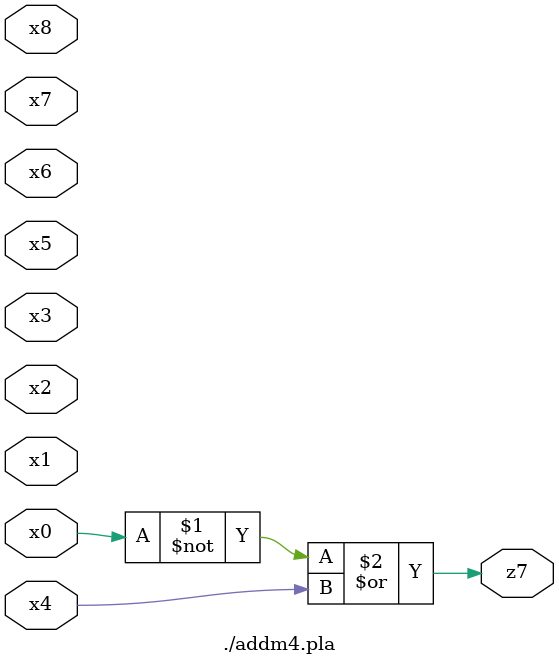
<source format=v>

module \./addm4.pla  ( 
    x0, x1, x2, x3, x4, x5, x6, x7, x8,
    z7  );
  input  x0, x1, x2, x3, x4, x5, x6, x7, x8;
  output z7;
  assign z7 = ~x0 | x4;
endmodule



</source>
